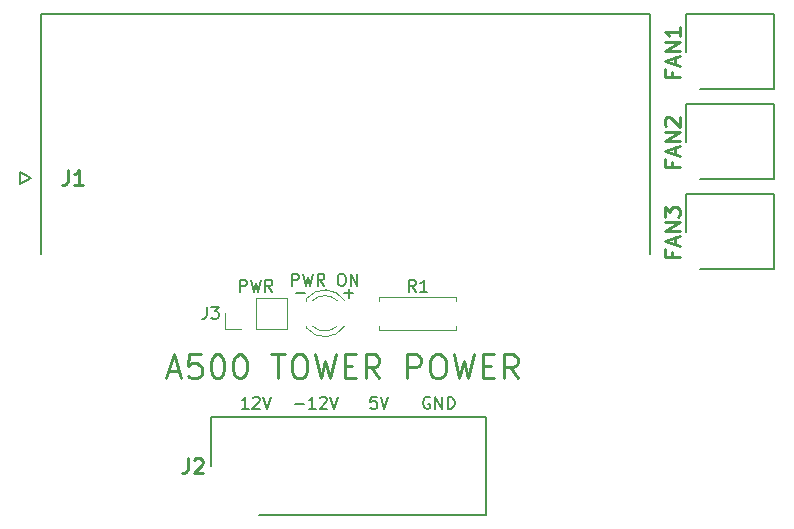
<source format=gbr>
%TF.GenerationSoftware,KiCad,Pcbnew,(5.1.6)-1*%
%TF.CreationDate,2022-09-12T11:02:43-04:00*%
%TF.ProjectId,A500-tower-power,41353030-2d74-46f7-9765-722d706f7765,rev?*%
%TF.SameCoordinates,Original*%
%TF.FileFunction,Legend,Top*%
%TF.FilePolarity,Positive*%
%FSLAX46Y46*%
G04 Gerber Fmt 4.6, Leading zero omitted, Abs format (unit mm)*
G04 Created by KiCad (PCBNEW (5.1.6)-1) date 2022-09-12 11:02:43*
%MOMM*%
%LPD*%
G01*
G04 APERTURE LIST*
%ADD10C,0.150000*%
%ADD11C,0.250000*%
%ADD12C,0.120000*%
%ADD13C,0.127000*%
%ADD14C,0.200000*%
%ADD15C,0.254000*%
G04 APERTURE END LIST*
D10*
X148114095Y-103068380D02*
X148114095Y-102068380D01*
X148495047Y-102068380D01*
X148590285Y-102116000D01*
X148637904Y-102163619D01*
X148685523Y-102258857D01*
X148685523Y-102401714D01*
X148637904Y-102496952D01*
X148590285Y-102544571D01*
X148495047Y-102592190D01*
X148114095Y-102592190D01*
X149018857Y-102068380D02*
X149256952Y-103068380D01*
X149447428Y-102354095D01*
X149637904Y-103068380D01*
X149876000Y-102068380D01*
X150828380Y-103068380D02*
X150495047Y-102592190D01*
X150256952Y-103068380D02*
X150256952Y-102068380D01*
X150637904Y-102068380D01*
X150733142Y-102116000D01*
X150780761Y-102163619D01*
X150828380Y-102258857D01*
X150828380Y-102401714D01*
X150780761Y-102496952D01*
X150733142Y-102544571D01*
X150637904Y-102592190D01*
X150256952Y-102592190D01*
X152209333Y-102068380D02*
X152399809Y-102068380D01*
X152495047Y-102116000D01*
X152590285Y-102211238D01*
X152637904Y-102401714D01*
X152637904Y-102735047D01*
X152590285Y-102925523D01*
X152495047Y-103020761D01*
X152399809Y-103068380D01*
X152209333Y-103068380D01*
X152114095Y-103020761D01*
X152018857Y-102925523D01*
X151971238Y-102735047D01*
X151971238Y-102401714D01*
X152018857Y-102211238D01*
X152114095Y-102116000D01*
X152209333Y-102068380D01*
X153066476Y-103068380D02*
X153066476Y-102068380D01*
X153637904Y-103068380D01*
X153637904Y-102068380D01*
X143700666Y-103576380D02*
X143700666Y-102576380D01*
X144081619Y-102576380D01*
X144176857Y-102624000D01*
X144224476Y-102671619D01*
X144272095Y-102766857D01*
X144272095Y-102909714D01*
X144224476Y-103004952D01*
X144176857Y-103052571D01*
X144081619Y-103100190D01*
X143700666Y-103100190D01*
X144605428Y-102576380D02*
X144843523Y-103576380D01*
X145034000Y-102862095D01*
X145224476Y-103576380D01*
X145462571Y-102576380D01*
X146414952Y-103576380D02*
X146081619Y-103100190D01*
X145843523Y-103576380D02*
X145843523Y-102576380D01*
X146224476Y-102576380D01*
X146319714Y-102624000D01*
X146367333Y-102671619D01*
X146414952Y-102766857D01*
X146414952Y-102909714D01*
X146367333Y-103004952D01*
X146319714Y-103052571D01*
X146224476Y-103100190D01*
X145843523Y-103100190D01*
D11*
X137590476Y-110315333D02*
X138542857Y-110315333D01*
X137400000Y-110886761D02*
X138066666Y-108886761D01*
X138733333Y-110886761D01*
X140352380Y-108886761D02*
X139400000Y-108886761D01*
X139304761Y-109839142D01*
X139400000Y-109743904D01*
X139590476Y-109648666D01*
X140066666Y-109648666D01*
X140257142Y-109743904D01*
X140352380Y-109839142D01*
X140447619Y-110029619D01*
X140447619Y-110505809D01*
X140352380Y-110696285D01*
X140257142Y-110791523D01*
X140066666Y-110886761D01*
X139590476Y-110886761D01*
X139400000Y-110791523D01*
X139304761Y-110696285D01*
X141685714Y-108886761D02*
X141876190Y-108886761D01*
X142066666Y-108982000D01*
X142161904Y-109077238D01*
X142257142Y-109267714D01*
X142352380Y-109648666D01*
X142352380Y-110124857D01*
X142257142Y-110505809D01*
X142161904Y-110696285D01*
X142066666Y-110791523D01*
X141876190Y-110886761D01*
X141685714Y-110886761D01*
X141495238Y-110791523D01*
X141400000Y-110696285D01*
X141304761Y-110505809D01*
X141209523Y-110124857D01*
X141209523Y-109648666D01*
X141304761Y-109267714D01*
X141400000Y-109077238D01*
X141495238Y-108982000D01*
X141685714Y-108886761D01*
X143590476Y-108886761D02*
X143780952Y-108886761D01*
X143971428Y-108982000D01*
X144066666Y-109077238D01*
X144161904Y-109267714D01*
X144257142Y-109648666D01*
X144257142Y-110124857D01*
X144161904Y-110505809D01*
X144066666Y-110696285D01*
X143971428Y-110791523D01*
X143780952Y-110886761D01*
X143590476Y-110886761D01*
X143400000Y-110791523D01*
X143304761Y-110696285D01*
X143209523Y-110505809D01*
X143114285Y-110124857D01*
X143114285Y-109648666D01*
X143209523Y-109267714D01*
X143304761Y-109077238D01*
X143400000Y-108982000D01*
X143590476Y-108886761D01*
X146352380Y-108886761D02*
X147495238Y-108886761D01*
X146923809Y-110886761D02*
X146923809Y-108886761D01*
X148542857Y-108886761D02*
X148923809Y-108886761D01*
X149114285Y-108982000D01*
X149304761Y-109172476D01*
X149400000Y-109553428D01*
X149400000Y-110220095D01*
X149304761Y-110601047D01*
X149114285Y-110791523D01*
X148923809Y-110886761D01*
X148542857Y-110886761D01*
X148352380Y-110791523D01*
X148161904Y-110601047D01*
X148066666Y-110220095D01*
X148066666Y-109553428D01*
X148161904Y-109172476D01*
X148352380Y-108982000D01*
X148542857Y-108886761D01*
X150066666Y-108886761D02*
X150542857Y-110886761D01*
X150923809Y-109458190D01*
X151304761Y-110886761D01*
X151780952Y-108886761D01*
X152542857Y-109839142D02*
X153209523Y-109839142D01*
X153495238Y-110886761D02*
X152542857Y-110886761D01*
X152542857Y-108886761D01*
X153495238Y-108886761D01*
X155495238Y-110886761D02*
X154828571Y-109934380D01*
X154352380Y-110886761D02*
X154352380Y-108886761D01*
X155114285Y-108886761D01*
X155304761Y-108982000D01*
X155400000Y-109077238D01*
X155495238Y-109267714D01*
X155495238Y-109553428D01*
X155400000Y-109743904D01*
X155304761Y-109839142D01*
X155114285Y-109934380D01*
X154352380Y-109934380D01*
X157876190Y-110886761D02*
X157876190Y-108886761D01*
X158638095Y-108886761D01*
X158828571Y-108982000D01*
X158923809Y-109077238D01*
X159019047Y-109267714D01*
X159019047Y-109553428D01*
X158923809Y-109743904D01*
X158828571Y-109839142D01*
X158638095Y-109934380D01*
X157876190Y-109934380D01*
X160257142Y-108886761D02*
X160638095Y-108886761D01*
X160828571Y-108982000D01*
X161019047Y-109172476D01*
X161114285Y-109553428D01*
X161114285Y-110220095D01*
X161019047Y-110601047D01*
X160828571Y-110791523D01*
X160638095Y-110886761D01*
X160257142Y-110886761D01*
X160066666Y-110791523D01*
X159876190Y-110601047D01*
X159780952Y-110220095D01*
X159780952Y-109553428D01*
X159876190Y-109172476D01*
X160066666Y-108982000D01*
X160257142Y-108886761D01*
X161780952Y-108886761D02*
X162257142Y-110886761D01*
X162638095Y-109458190D01*
X163019047Y-110886761D01*
X163495238Y-108886761D01*
X164257142Y-109839142D02*
X164923809Y-109839142D01*
X165209523Y-110886761D02*
X164257142Y-110886761D01*
X164257142Y-108886761D01*
X165209523Y-108886761D01*
X167209523Y-110886761D02*
X166542857Y-109934380D01*
X166066666Y-110886761D02*
X166066666Y-108886761D01*
X166828571Y-108886761D01*
X167019047Y-108982000D01*
X167114285Y-109077238D01*
X167209523Y-109267714D01*
X167209523Y-109553428D01*
X167114285Y-109743904D01*
X167019047Y-109839142D01*
X166828571Y-109934380D01*
X166066666Y-109934380D01*
D10*
X148463047Y-103703428D02*
X149224952Y-103703428D01*
X152527047Y-103703428D02*
X153288952Y-103703428D01*
X152908000Y-104084380D02*
X152908000Y-103322476D01*
X159766095Y-112530000D02*
X159670857Y-112482380D01*
X159528000Y-112482380D01*
X159385142Y-112530000D01*
X159289904Y-112625238D01*
X159242285Y-112720476D01*
X159194666Y-112910952D01*
X159194666Y-113053809D01*
X159242285Y-113244285D01*
X159289904Y-113339523D01*
X159385142Y-113434761D01*
X159528000Y-113482380D01*
X159623238Y-113482380D01*
X159766095Y-113434761D01*
X159813714Y-113387142D01*
X159813714Y-113053809D01*
X159623238Y-113053809D01*
X160242285Y-113482380D02*
X160242285Y-112482380D01*
X160813714Y-113482380D01*
X160813714Y-112482380D01*
X161289904Y-113482380D02*
X161289904Y-112482380D01*
X161528000Y-112482380D01*
X161670857Y-112530000D01*
X161766095Y-112625238D01*
X161813714Y-112720476D01*
X161861333Y-112910952D01*
X161861333Y-113053809D01*
X161813714Y-113244285D01*
X161766095Y-113339523D01*
X161670857Y-113434761D01*
X161528000Y-113482380D01*
X161289904Y-113482380D01*
X155257523Y-112482380D02*
X154781333Y-112482380D01*
X154733714Y-112958571D01*
X154781333Y-112910952D01*
X154876571Y-112863333D01*
X155114666Y-112863333D01*
X155209904Y-112910952D01*
X155257523Y-112958571D01*
X155305142Y-113053809D01*
X155305142Y-113291904D01*
X155257523Y-113387142D01*
X155209904Y-113434761D01*
X155114666Y-113482380D01*
X154876571Y-113482380D01*
X154781333Y-113434761D01*
X154733714Y-113387142D01*
X155590857Y-112482380D02*
X155924190Y-113482380D01*
X156257523Y-112482380D01*
X148352095Y-113101428D02*
X149114000Y-113101428D01*
X150114000Y-113482380D02*
X149542571Y-113482380D01*
X149828285Y-113482380D02*
X149828285Y-112482380D01*
X149733047Y-112625238D01*
X149637809Y-112720476D01*
X149542571Y-112768095D01*
X150494952Y-112577619D02*
X150542571Y-112530000D01*
X150637809Y-112482380D01*
X150875904Y-112482380D01*
X150971142Y-112530000D01*
X151018761Y-112577619D01*
X151066380Y-112672857D01*
X151066380Y-112768095D01*
X151018761Y-112910952D01*
X150447333Y-113482380D01*
X151066380Y-113482380D01*
X151352095Y-112482380D02*
X151685428Y-113482380D01*
X152018761Y-112482380D01*
X144414952Y-113482380D02*
X143843523Y-113482380D01*
X144129238Y-113482380D02*
X144129238Y-112482380D01*
X144034000Y-112625238D01*
X143938761Y-112720476D01*
X143843523Y-112768095D01*
X144795904Y-112577619D02*
X144843523Y-112530000D01*
X144938761Y-112482380D01*
X145176857Y-112482380D01*
X145272095Y-112530000D01*
X145319714Y-112577619D01*
X145367333Y-112672857D01*
X145367333Y-112768095D01*
X145319714Y-112910952D01*
X144748285Y-113482380D01*
X145367333Y-113482380D01*
X145653047Y-112482380D02*
X145986380Y-113482380D01*
X146319714Y-112482380D01*
D12*
%TO.C,D1*%
X149316000Y-104174000D02*
X149316000Y-104330000D01*
X149316000Y-106490000D02*
X149316000Y-106646000D01*
X152548335Y-104331392D02*
G75*
G03*
X149316000Y-104174484I-1672335J-1078608D01*
G01*
X152548335Y-106488608D02*
G75*
G02*
X149316000Y-106645516I-1672335J1078608D01*
G01*
X151917130Y-104330163D02*
G75*
G03*
X149835039Y-104330000I-1041130J-1079837D01*
G01*
X151917130Y-106489837D02*
G75*
G02*
X149835039Y-106490000I-1041130J1079837D01*
G01*
D13*
%TO.C,J1*%
X126840000Y-100380000D02*
X126840000Y-80080000D01*
X126840000Y-80080000D02*
X178440000Y-80080000D01*
X178440000Y-80080000D02*
X178440000Y-100380000D01*
X125040000Y-94480000D02*
X125040000Y-93480000D01*
X125040000Y-93480000D02*
X126040000Y-93980000D01*
X126040000Y-93980000D02*
X125040000Y-94480000D01*
D14*
%TO.C,J2*%
X145288000Y-122504000D02*
X164538000Y-122504000D01*
X164538000Y-122504000D02*
X164538000Y-114224000D01*
X164538000Y-114224000D02*
X141278000Y-114224000D01*
X141278000Y-114224000D02*
X141278000Y-118364000D01*
D12*
%TO.C,J3*%
X147634000Y-106740000D02*
X147634000Y-104080000D01*
X145034000Y-106740000D02*
X147634000Y-106740000D01*
X145034000Y-104080000D02*
X147634000Y-104080000D01*
X145034000Y-106740000D02*
X145034000Y-104080000D01*
X143764000Y-106740000D02*
X142434000Y-106740000D01*
X142434000Y-106740000D02*
X142434000Y-105410000D01*
D14*
%TO.C,FAN1*%
X182626000Y-86412000D02*
X188906000Y-86412000D01*
X188906000Y-86412000D02*
X188906000Y-80062000D01*
X188906000Y-80062000D02*
X181436000Y-80062000D01*
X181436000Y-80062000D02*
X181436000Y-83312000D01*
%TO.C,FAN2*%
X181436000Y-87682000D02*
X181436000Y-90932000D01*
X188906000Y-87682000D02*
X181436000Y-87682000D01*
X188906000Y-94032000D02*
X188906000Y-87682000D01*
X182626000Y-94032000D02*
X188906000Y-94032000D01*
%TO.C,FAN3*%
X182626000Y-101652000D02*
X188906000Y-101652000D01*
X188906000Y-101652000D02*
X188906000Y-95302000D01*
X188906000Y-95302000D02*
X181436000Y-95302000D01*
X181436000Y-95302000D02*
X181436000Y-98552000D01*
D12*
%TO.C,R1*%
X155480000Y-104370000D02*
X155480000Y-104040000D01*
X155480000Y-104040000D02*
X162020000Y-104040000D01*
X162020000Y-104040000D02*
X162020000Y-104370000D01*
X155480000Y-106450000D02*
X155480000Y-106780000D01*
X155480000Y-106780000D02*
X162020000Y-106780000D01*
X162020000Y-106780000D02*
X162020000Y-106450000D01*
%TO.C,J1*%
D15*
X129116666Y-93284523D02*
X129116666Y-94191666D01*
X129056190Y-94373095D01*
X128935238Y-94494047D01*
X128753809Y-94554523D01*
X128632857Y-94554523D01*
X130386666Y-94554523D02*
X129660952Y-94554523D01*
X130023809Y-94554523D02*
X130023809Y-93284523D01*
X129902857Y-93465952D01*
X129781904Y-93586904D01*
X129660952Y-93647380D01*
%TO.C,J2*%
X139276666Y-117668523D02*
X139276666Y-118575666D01*
X139216190Y-118757095D01*
X139095238Y-118878047D01*
X138913809Y-118938523D01*
X138792857Y-118938523D01*
X139820952Y-117789476D02*
X139881428Y-117729000D01*
X140002380Y-117668523D01*
X140304761Y-117668523D01*
X140425714Y-117729000D01*
X140486190Y-117789476D01*
X140546666Y-117910428D01*
X140546666Y-118031380D01*
X140486190Y-118212809D01*
X139760476Y-118938523D01*
X140546666Y-118938523D01*
%TO.C,J3*%
D10*
X140890666Y-104862380D02*
X140890666Y-105576666D01*
X140843047Y-105719523D01*
X140747809Y-105814761D01*
X140604952Y-105862380D01*
X140509714Y-105862380D01*
X141271619Y-104862380D02*
X141890666Y-104862380D01*
X141557333Y-105243333D01*
X141700190Y-105243333D01*
X141795428Y-105290952D01*
X141843047Y-105338571D01*
X141890666Y-105433809D01*
X141890666Y-105671904D01*
X141843047Y-105767142D01*
X141795428Y-105814761D01*
X141700190Y-105862380D01*
X141414476Y-105862380D01*
X141319238Y-105814761D01*
X141271619Y-105767142D01*
%TO.C,FAN1*%
D15*
X180249285Y-84944857D02*
X180249285Y-85368190D01*
X180914523Y-85368190D02*
X179644523Y-85368190D01*
X179644523Y-84763428D01*
X180551666Y-84340095D02*
X180551666Y-83735333D01*
X180914523Y-84461047D02*
X179644523Y-84037714D01*
X180914523Y-83614380D01*
X180914523Y-83191047D02*
X179644523Y-83191047D01*
X180914523Y-82465333D01*
X179644523Y-82465333D01*
X180914523Y-81195333D02*
X180914523Y-81921047D01*
X180914523Y-81558190D02*
X179644523Y-81558190D01*
X179825952Y-81679142D01*
X179946904Y-81800095D01*
X180007380Y-81921047D01*
%TO.C,FAN2*%
X180249285Y-92564857D02*
X180249285Y-92988190D01*
X180914523Y-92988190D02*
X179644523Y-92988190D01*
X179644523Y-92383428D01*
X180551666Y-91960095D02*
X180551666Y-91355333D01*
X180914523Y-92081047D02*
X179644523Y-91657714D01*
X180914523Y-91234380D01*
X180914523Y-90811047D02*
X179644523Y-90811047D01*
X180914523Y-90085333D01*
X179644523Y-90085333D01*
X179765476Y-89541047D02*
X179705000Y-89480571D01*
X179644523Y-89359619D01*
X179644523Y-89057238D01*
X179705000Y-88936285D01*
X179765476Y-88875809D01*
X179886428Y-88815333D01*
X180007380Y-88815333D01*
X180188809Y-88875809D01*
X180914523Y-89601523D01*
X180914523Y-88815333D01*
%TO.C,FAN3*%
X180249285Y-100184857D02*
X180249285Y-100608190D01*
X180914523Y-100608190D02*
X179644523Y-100608190D01*
X179644523Y-100003428D01*
X180551666Y-99580095D02*
X180551666Y-98975333D01*
X180914523Y-99701047D02*
X179644523Y-99277714D01*
X180914523Y-98854380D01*
X180914523Y-98431047D02*
X179644523Y-98431047D01*
X180914523Y-97705333D01*
X179644523Y-97705333D01*
X179644523Y-97221523D02*
X179644523Y-96435333D01*
X180128333Y-96858666D01*
X180128333Y-96677238D01*
X180188809Y-96556285D01*
X180249285Y-96495809D01*
X180370238Y-96435333D01*
X180672619Y-96435333D01*
X180793571Y-96495809D01*
X180854047Y-96556285D01*
X180914523Y-96677238D01*
X180914523Y-97040095D01*
X180854047Y-97161047D01*
X180793571Y-97221523D01*
%TO.C,R1*%
D10*
X158583333Y-103576380D02*
X158250000Y-103100190D01*
X158011904Y-103576380D02*
X158011904Y-102576380D01*
X158392857Y-102576380D01*
X158488095Y-102624000D01*
X158535714Y-102671619D01*
X158583333Y-102766857D01*
X158583333Y-102909714D01*
X158535714Y-103004952D01*
X158488095Y-103052571D01*
X158392857Y-103100190D01*
X158011904Y-103100190D01*
X159535714Y-103576380D02*
X158964285Y-103576380D01*
X159250000Y-103576380D02*
X159250000Y-102576380D01*
X159154761Y-102719238D01*
X159059523Y-102814476D01*
X158964285Y-102862095D01*
%TD*%
M02*

</source>
